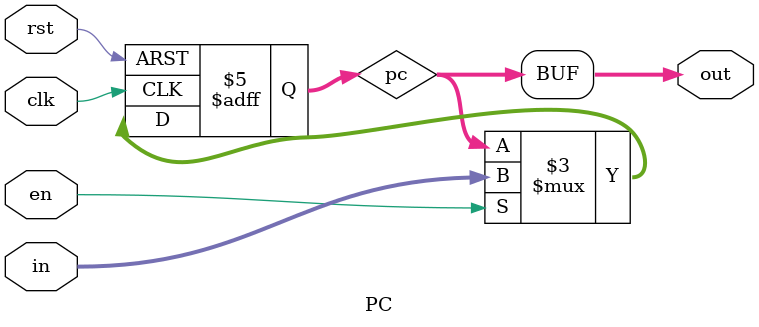
<source format=v>
`timescale 1ns / 1ps


module PC(
    input [31:0] in,
    input en,
    input clk,
    input rst,
    output [31:0] out
    );
    reg [31:0] pc;
    initial pc = 0;
    assign out = pc;
    always @ (posedge clk or posedge rst)
    if(rst)
        pc <= 0;
    else if(en)
        pc <= in;
endmodule

</source>
